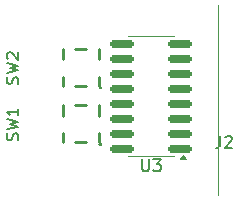
<source format=gbr>
%TF.GenerationSoftware,KiCad,Pcbnew,9.0.3*%
%TF.CreationDate,2025-08-01T16:52:07-04:00*%
%TF.ProjectId,dongle_pcb,646f6e67-6c65-45f7-9063-622e6b696361,rev?*%
%TF.SameCoordinates,Original*%
%TF.FileFunction,Legend,Top*%
%TF.FilePolarity,Positive*%
%FSLAX46Y46*%
G04 Gerber Fmt 4.6, Leading zero omitted, Abs format (unit mm)*
G04 Created by KiCad (PCBNEW 9.0.3) date 2025-08-01 16:52:07*
%MOMM*%
%LPD*%
G01*
G04 APERTURE LIST*
G04 Aperture macros list*
%AMRoundRect*
0 Rectangle with rounded corners*
0 $1 Rounding radius*
0 $2 $3 $4 $5 $6 $7 $8 $9 X,Y pos of 4 corners*
0 Add a 4 corners polygon primitive as box body*
4,1,4,$2,$3,$4,$5,$6,$7,$8,$9,$2,$3,0*
0 Add four circle primitives for the rounded corners*
1,1,$1+$1,$2,$3*
1,1,$1+$1,$4,$5*
1,1,$1+$1,$6,$7*
1,1,$1+$1,$8,$9*
0 Add four rect primitives between the rounded corners*
20,1,$1+$1,$2,$3,$4,$5,0*
20,1,$1+$1,$4,$5,$6,$7,0*
20,1,$1+$1,$6,$7,$8,$9,0*
20,1,$1+$1,$8,$9,$2,$3,0*%
G04 Aperture macros list end*
%ADD10C,0.100000*%
%ADD11C,0.150000*%
%ADD12C,0.250000*%
%ADD13C,0.120000*%
%ADD14R,0.600000X1.000000*%
%ADD15R,0.500000X1.000000*%
%ADD16RoundRect,0.150000X0.825000X0.150000X-0.825000X0.150000X-0.825000X-0.150000X0.825000X-0.150000X0*%
%ADD17RoundRect,0.250000X3.250000X0.750000X-3.250000X0.750000X-3.250000X-0.750000X3.250000X-0.750000X0*%
%ADD18RoundRect,0.250000X2.750000X0.500000X-2.750000X0.500000X-2.750000X-0.500000X2.750000X-0.500000X0*%
G04 APERTURE END LIST*
D10*
X130500000Y-75830000D02*
X130500000Y-67380000D01*
X130500000Y-75830000D02*
X130500000Y-83430000D01*
D11*
X113517200Y-74043332D02*
X113564819Y-73900475D01*
X113564819Y-73900475D02*
X113564819Y-73662380D01*
X113564819Y-73662380D02*
X113517200Y-73567142D01*
X113517200Y-73567142D02*
X113469580Y-73519523D01*
X113469580Y-73519523D02*
X113374342Y-73471904D01*
X113374342Y-73471904D02*
X113279104Y-73471904D01*
X113279104Y-73471904D02*
X113183866Y-73519523D01*
X113183866Y-73519523D02*
X113136247Y-73567142D01*
X113136247Y-73567142D02*
X113088628Y-73662380D01*
X113088628Y-73662380D02*
X113041009Y-73852856D01*
X113041009Y-73852856D02*
X112993390Y-73948094D01*
X112993390Y-73948094D02*
X112945771Y-73995713D01*
X112945771Y-73995713D02*
X112850533Y-74043332D01*
X112850533Y-74043332D02*
X112755295Y-74043332D01*
X112755295Y-74043332D02*
X112660057Y-73995713D01*
X112660057Y-73995713D02*
X112612438Y-73948094D01*
X112612438Y-73948094D02*
X112564819Y-73852856D01*
X112564819Y-73852856D02*
X112564819Y-73614761D01*
X112564819Y-73614761D02*
X112612438Y-73471904D01*
X112564819Y-73138570D02*
X113564819Y-72900475D01*
X113564819Y-72900475D02*
X112850533Y-72709999D01*
X112850533Y-72709999D02*
X113564819Y-72519523D01*
X113564819Y-72519523D02*
X112564819Y-72281428D01*
X112660057Y-71948094D02*
X112612438Y-71900475D01*
X112612438Y-71900475D02*
X112564819Y-71805237D01*
X112564819Y-71805237D02*
X112564819Y-71567142D01*
X112564819Y-71567142D02*
X112612438Y-71471904D01*
X112612438Y-71471904D02*
X112660057Y-71424285D01*
X112660057Y-71424285D02*
X112755295Y-71376666D01*
X112755295Y-71376666D02*
X112850533Y-71376666D01*
X112850533Y-71376666D02*
X112993390Y-71424285D01*
X112993390Y-71424285D02*
X113564819Y-71995713D01*
X113564819Y-71995713D02*
X113564819Y-71376666D01*
X124038095Y-80444819D02*
X124038095Y-81254342D01*
X124038095Y-81254342D02*
X124085714Y-81349580D01*
X124085714Y-81349580D02*
X124133333Y-81397200D01*
X124133333Y-81397200D02*
X124228571Y-81444819D01*
X124228571Y-81444819D02*
X124419047Y-81444819D01*
X124419047Y-81444819D02*
X124514285Y-81397200D01*
X124514285Y-81397200D02*
X124561904Y-81349580D01*
X124561904Y-81349580D02*
X124609523Y-81254342D01*
X124609523Y-81254342D02*
X124609523Y-80444819D01*
X124990476Y-80444819D02*
X125609523Y-80444819D01*
X125609523Y-80444819D02*
X125276190Y-80825771D01*
X125276190Y-80825771D02*
X125419047Y-80825771D01*
X125419047Y-80825771D02*
X125514285Y-80873390D01*
X125514285Y-80873390D02*
X125561904Y-80921009D01*
X125561904Y-80921009D02*
X125609523Y-81016247D01*
X125609523Y-81016247D02*
X125609523Y-81254342D01*
X125609523Y-81254342D02*
X125561904Y-81349580D01*
X125561904Y-81349580D02*
X125514285Y-81397200D01*
X125514285Y-81397200D02*
X125419047Y-81444819D01*
X125419047Y-81444819D02*
X125133333Y-81444819D01*
X125133333Y-81444819D02*
X125038095Y-81397200D01*
X125038095Y-81397200D02*
X124990476Y-81349580D01*
X130646666Y-78464819D02*
X130646666Y-79179104D01*
X130646666Y-79179104D02*
X130599047Y-79321961D01*
X130599047Y-79321961D02*
X130503809Y-79417200D01*
X130503809Y-79417200D02*
X130360952Y-79464819D01*
X130360952Y-79464819D02*
X130265714Y-79464819D01*
X131075238Y-78560057D02*
X131122857Y-78512438D01*
X131122857Y-78512438D02*
X131218095Y-78464819D01*
X131218095Y-78464819D02*
X131456190Y-78464819D01*
X131456190Y-78464819D02*
X131551428Y-78512438D01*
X131551428Y-78512438D02*
X131599047Y-78560057D01*
X131599047Y-78560057D02*
X131646666Y-78655295D01*
X131646666Y-78655295D02*
X131646666Y-78750533D01*
X131646666Y-78750533D02*
X131599047Y-78893390D01*
X131599047Y-78893390D02*
X131027619Y-79464819D01*
X131027619Y-79464819D02*
X131646666Y-79464819D01*
X113517200Y-78813332D02*
X113564819Y-78670475D01*
X113564819Y-78670475D02*
X113564819Y-78432380D01*
X113564819Y-78432380D02*
X113517200Y-78337142D01*
X113517200Y-78337142D02*
X113469580Y-78289523D01*
X113469580Y-78289523D02*
X113374342Y-78241904D01*
X113374342Y-78241904D02*
X113279104Y-78241904D01*
X113279104Y-78241904D02*
X113183866Y-78289523D01*
X113183866Y-78289523D02*
X113136247Y-78337142D01*
X113136247Y-78337142D02*
X113088628Y-78432380D01*
X113088628Y-78432380D02*
X113041009Y-78622856D01*
X113041009Y-78622856D02*
X112993390Y-78718094D01*
X112993390Y-78718094D02*
X112945771Y-78765713D01*
X112945771Y-78765713D02*
X112850533Y-78813332D01*
X112850533Y-78813332D02*
X112755295Y-78813332D01*
X112755295Y-78813332D02*
X112660057Y-78765713D01*
X112660057Y-78765713D02*
X112612438Y-78718094D01*
X112612438Y-78718094D02*
X112564819Y-78622856D01*
X112564819Y-78622856D02*
X112564819Y-78384761D01*
X112564819Y-78384761D02*
X112612438Y-78241904D01*
X112564819Y-77908570D02*
X113564819Y-77670475D01*
X113564819Y-77670475D02*
X112850533Y-77479999D01*
X112850533Y-77479999D02*
X113564819Y-77289523D01*
X113564819Y-77289523D02*
X112564819Y-77051428D01*
X113564819Y-76146666D02*
X113564819Y-76718094D01*
X113564819Y-76432380D02*
X112564819Y-76432380D01*
X112564819Y-76432380D02*
X112707676Y-76527618D01*
X112707676Y-76527618D02*
X112802914Y-76622856D01*
X112802914Y-76622856D02*
X112850533Y-76718094D01*
D12*
%TO.C,SW2*%
X117310000Y-71110000D02*
X117330000Y-71110000D01*
X117310000Y-71970000D02*
X117310000Y-71110000D01*
X117310000Y-74210000D02*
X117310000Y-73440000D01*
X117330000Y-74210000D02*
X117310000Y-74210000D01*
X118390000Y-71110000D02*
X119330000Y-71110000D01*
X119330000Y-74210000D02*
X118390000Y-74210000D01*
X120390000Y-71110000D02*
X120410000Y-71110000D01*
X120410000Y-71110000D02*
X120410000Y-71970000D01*
X120410000Y-73440000D02*
X120410000Y-74210000D01*
X120410000Y-74210000D02*
X120390000Y-74210000D01*
X120560000Y-74410000D02*
G75*
G02*
X120460000Y-74410000I-50000J0D01*
G01*
X120460000Y-74410000D02*
G75*
G02*
X120560000Y-74410000I50000J0D01*
G01*
D13*
%TO.C,U3*%
X124800000Y-70030000D02*
X122850000Y-70030000D01*
X124800000Y-70030000D02*
X126750000Y-70030000D01*
X124800000Y-80150000D02*
X122850000Y-80150000D01*
X124800000Y-80150000D02*
X126750000Y-80150000D01*
X127740000Y-80425000D02*
X127260000Y-80425000D01*
X127500000Y-80095000D01*
X127740000Y-80425000D01*
G36*
X127740000Y-80425000D02*
G01*
X127260000Y-80425000D01*
X127500000Y-80095000D01*
X127740000Y-80425000D01*
G37*
D12*
%TO.C,SW1*%
X117310000Y-75880000D02*
X117330000Y-75880000D01*
X117310000Y-76740000D02*
X117310000Y-75880000D01*
X117310000Y-78980000D02*
X117310000Y-78210000D01*
X117330000Y-78980000D02*
X117310000Y-78980000D01*
X118390000Y-75880000D02*
X119330000Y-75880000D01*
X119330000Y-78980000D02*
X118390000Y-78980000D01*
X120390000Y-75880000D02*
X120410000Y-75880000D01*
X120410000Y-75880000D02*
X120410000Y-76740000D01*
X120410000Y-78210000D02*
X120410000Y-78980000D01*
X120410000Y-78980000D02*
X120390000Y-78980000D01*
X120560000Y-79180000D02*
G75*
G02*
X120460000Y-79180000I-50000J0D01*
G01*
X120460000Y-79180000D02*
G75*
G02*
X120560000Y-79180000I50000J0D01*
G01*
%TD*%
%LPC*%
D14*
%TO.C,SW2*%
X119960000Y-74460000D03*
X119960000Y-70960000D03*
X117760000Y-70960000D03*
X117760000Y-74460000D03*
D15*
X117110000Y-72710000D03*
X120610000Y-72710000D03*
%TD*%
D16*
%TO.C,U3*%
X127275000Y-79535000D03*
X127275000Y-78265000D03*
X127275000Y-76995000D03*
X127275000Y-75725000D03*
X127275000Y-74455000D03*
X127275000Y-73185000D03*
X127275000Y-71915000D03*
X127275000Y-70645000D03*
X122325000Y-70645000D03*
X122325000Y-71915000D03*
X122325000Y-73185000D03*
X122325000Y-74455000D03*
X122325000Y-75725000D03*
X122325000Y-76995000D03*
X122325000Y-78265000D03*
X122325000Y-79535000D03*
%TD*%
D17*
%TO.C,J2*%
X137500000Y-71330000D03*
D18*
X137500000Y-74080000D03*
X137500000Y-76080000D03*
D17*
X137500000Y-78830000D03*
%TD*%
D14*
%TO.C,SW1*%
X119960000Y-79230000D03*
X119960000Y-75730000D03*
X117760000Y-75730000D03*
X117760000Y-79230000D03*
D15*
X117110000Y-77480000D03*
X120610000Y-77480000D03*
%TD*%
%LPD*%
M02*

</source>
